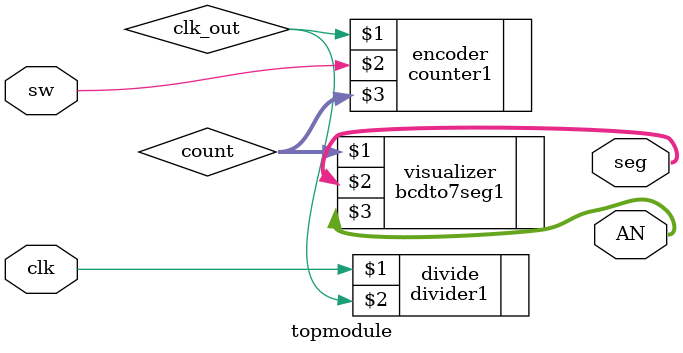
<source format=v>
`timescale 1ns / 1ps


module topmodule(
    input clk, sw,
    output [6:0] seg,
    output [3:0] AN
    );
    wire [3:0] count;
    wire clk_out;

    // 0 -> 1 -> 2 
    // delay 1 s
    divider1 divide(clk, clk_out);

    // บวกเลข
    counter1 encoder(clk_out, sw, count);

    // แสดงเลข
    bcdto7seg1 visualizer(count, seg, AN);
    
    // 0 0 0 1

endmodule
</source>
